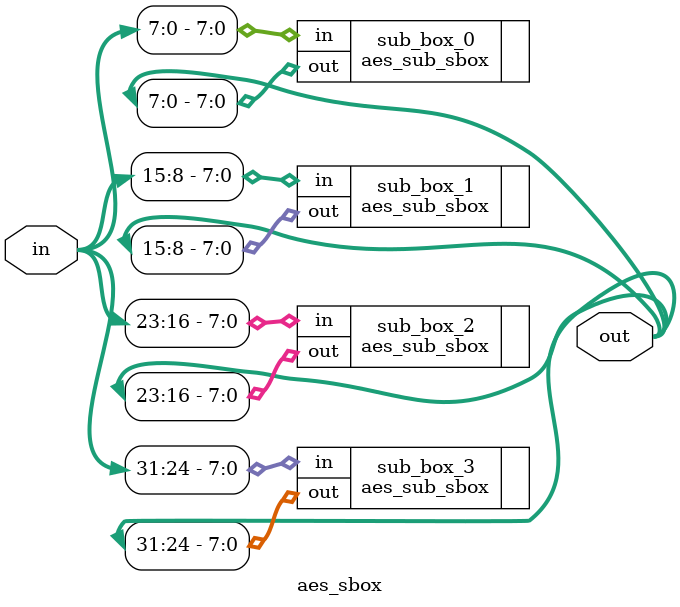
<source format=v>

module aes_sbox(
	input	[31:0]	in,
	output	[31:0]	out
);

 aes_sub_sbox sub_box_3 (
	.in		(in[31:24]),
	.out	(out[31:24])
 );
 
 aes_sub_sbox sub_box_2 (
	.in		(in[23:16]),
	.out	(out[23:16])
 );
 
 aes_sub_sbox sub_box_1 (
	.in		(in[15:8]),
	.out	(out[15:8])
 );
 
 aes_sub_sbox sub_box_0 (
	.in		(in[7:0]),
	.out	(out[7:0])
 );

endmodule
</source>
